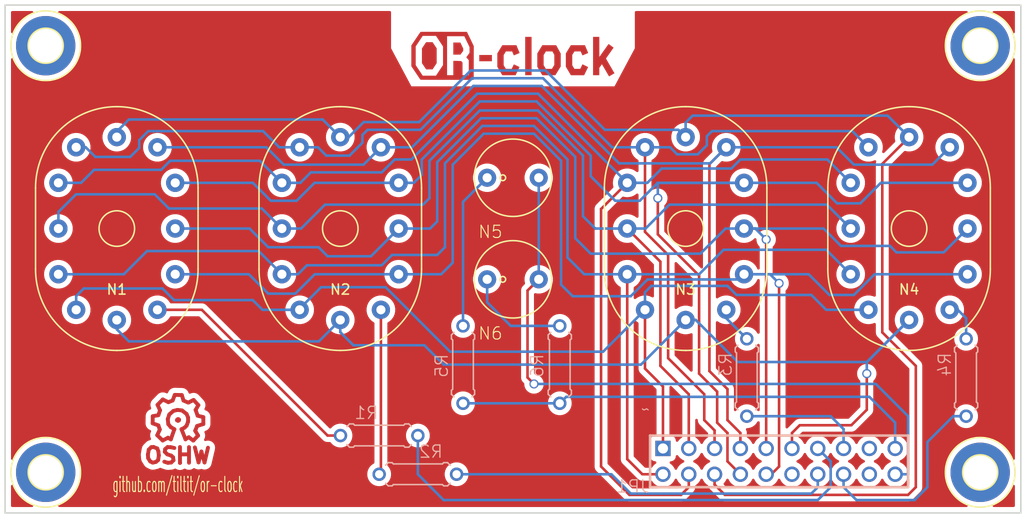
<source format=kicad_pcb>
(kicad_pcb (version 4) (host pcbnew 4.0.0-rc1-stable)
  (layers (0 Top signal) (31 Bottom signal) (34 B.Paste user) (35 F.Paste user) (36 B.SilkS user) (37 F.SilkS user) (38 B.Mask user) (39 F.Mask user) (44 Edge.Cuts user))
  (net 0 "")
  (net 1 "Net-(H1-PadB3,3)")
  (net 2 "Net-(H2-PadB3,3)")
  (net 3 "Net-(H3-PadB3,3)")
  (net 4 "Net-(H4-PadB3,3)")
  (net 5 /D1)
  (net 6 /D2)
  (net 7 /D3)
  (net 8 /D4)
  (net 9 /D5)
  (net 10 /D6)
  (net 11 /D7)
  (net 12 /D8)
  (net 13 /D9)
  (net 14 /D0)
  (net 15 /DP)
  (net 16 "Net-(JP1-Pad12)")
  (net 17 /A1)
  (net 18 /A2)
  (net 19 /A3)
  (net 20 /A4)
  (net 21 "Net-(JP1-Pad17)")
  (net 22 "Net-(JP1-Pad18)")
  (net 23 /SEP_ANODES)
  (net 24 /SEP_KATHODES)
  (net 25 /N$1)
  (net 26 /N$2)
  (net 27 /N$3)
  (net 28 /N$4)
  (net 29 /N$5)
  (net 30 /N$6)
  (module Nixies:or-clock_logo_cu (layer Top) (at 50 -45)
    (fp_text reference G*** hide)
    (fp_text value LOGO hide)
    (fp_poly (pts (xy -7.646205 -2.359872) (xy -7.450858 -2.359793) (xy -7.24004 -2.359666) (xy -7.013236 -2.359492) (xy -6.810039 -2.359312) (xy -4.533185 -2.357181) (xy -4.197119 -1.658913) (xy -3.861052 -0.960646) (xy -3.865816 0.700384) (xy -3.870579 2.361413) (xy -5.386423 2.35936) (xy -5.566774 2.359098) (xy -5.755355 2.358789) (xy -5.950265 2.358438) (xy -6.149605 2.35805) (xy -6.351476 2.357629) (xy -6.553977 2.35718) (xy -6.755209 2.356708) (xy -6.953272 2.356217) (xy -7.146268 2.355711) (xy -7.332295 2.355197) (xy -7.509455 2.354677) (xy -7.675849 2.354157) (xy -7.829575 2.353641) (xy -7.968735 2.353134) (xy -8.000149 2.353012) (xy -8.160668 2.352367) (xy -8.305097 2.351742) (xy -8.434274 2.351125) (xy -8.549035 2.350504) (xy -8.650219 2.349865) (xy -8.738663 2.349195) (xy -8.815204 2.348483) (xy -8.880681 2.347715) (xy -8.93593 2.346877) (xy -8.981789 2.345959) (xy -9.019096 2.344945) (xy -9.048689 2.343825) (xy -9.071403 2.342584) (xy -9.088079 2.341211) (xy -9.099552 2.339692) (xy -9.10666 2.338014) (xy -9.110241 2.336165) (xy -9.110389 2.336022) (xy -9.116813 2.327278) (xy -9.131977 2.305473) (xy -9.1552 2.271612) (xy -9.185801 2.2267) (xy -9.223103 2.17174) (xy -9.266424 2.107737) (xy -9.315084 2.035697) (xy -9.368405 1.956622) (xy -9.425706 1.871519) (xy -9.486308 1.781391) (xy -9.54953 1.687243) (xy -9.559274 1.672722) (xy -9.995801 1.022118) (xy -9.995801 -0.928915) (xy -9.581073 -0.928915) (xy -9.580924 -0.009526) (xy -9.580776 0.909864) (xy -9.23335 1.432506) (xy -8.885925 1.955149) (xy -7.577043 1.955149) (xy -7.543343 1.904366) (xy -6.49177 1.904366) (xy -5.865445 1.904366) (xy -5.865445 0.499367) (xy -5.727168 0.499367) (xy -5.680185 0.499581) (xy -5.620341 0.500181) (xy -5.551698 0.501109) (xy -5.478316 0.502304) (xy -5.404257 0.503707) (xy -5.345844 0.504972) (xy -5.102796 0.510577) (xy -5.035537 0.588762) (xy -4.968277 0.666947) (xy -4.968277 1.904366) (xy -4.341953 1.904366) (xy -4.342065 1.165895) (xy -4.342177 0.427425) (xy -4.465216 0.285443) (xy -4.588255 0.143462) (xy -4.568951 0.116166) (xy -4.558926 0.102182) (xy -4.540454 0.076605) (xy -4.515053 0.041527) (xy -4.484239 -0.000959) (xy -4.449529 -0.04876) (xy -4.412438 -0.099785) (xy -4.411945 -0.100464) (xy -4.274242 -0.289799) (xy -4.274242 -0.873763) (xy -4.530273 -1.405979) (xy -4.786305 -1.938195) (xy -5.639037 -1.938208) (xy -6.49177 -1.93822) (xy -6.49177 1.904366) (xy -7.543343 1.904366) (xy -7.229075 1.430798) (xy -6.881106 0.906447) (xy -6.881289 -0.010172) (xy -6.881471 -0.926791) (xy -7.228167 -1.449433) (xy -7.574863 -1.972076) (xy -8.887618 -1.972076) (xy -9.234345 -1.450495) (xy -9.581073 -0.928915) (xy -9.995801 -0.928915) (xy -9.995801 -1.029159) (xy -9.555555 -1.684706) (xy -9.49169 -1.779692) (xy -9.430306 -1.870773) (xy -9.372084 -1.95695) (xy -9.317702 -2.037228) (xy -9.267841 -2.11061) (xy -9.223181 -2.176099) (xy -9.184402 -2.232699) (xy -9.152184 -2.279413) (xy -9.127206 -2.315244) (xy -9.110149 -2.339196) (xy -9.101692 -2.350271) (xy -9.1011 -2.350848) (xy -9.096595 -2.351965) (xy -9.085844 -2.352999) (xy -9.068335 -2.353953) (xy -9.043556 -2.354828) (xy -9.010994 -2.355626) (xy -8.970137 -2.356349) (xy -8.920471 -2.356999) (xy -8.861485 -2.357578) (xy -8.792665 -2.358088) (xy -8.713499 -2.358531) (xy -8.623474 -2.358908) (xy -8.522079 -2.359221) (xy -8.408799 -2.359473) (xy -8.283124 -2.359664) (xy -8.144539 -2.359798) (xy -7.992532 -2.359876) (xy -7.826592 -2.3599) (xy -7.646205 -2.359872)) (layer Top) (width 0.01))
    (fp_poly (pts (xy 8.501933 0.118594) (xy 8.954657 -0.520476) (xy 9.020391 -0.613173) (xy 9.083394 -0.701835) (xy 9.142973 -0.785498) (xy 9.198437 -0.8632) (xy 9.249095 -0.933979) (xy 9.294255 -0.996872) (xy 9.333225 -1.050916) (xy 9.365315 -1.095147) (xy 9.389833 -1.128605) (xy 9.406086 -1.150325) (xy 9.413384 -1.159345) (xy 9.413686 -1.159546) (xy 9.422202 -1.154802) (xy 9.442484 -1.141487) (xy 9.4726 -1.120974) (xy 9.510618 -1.094639) (xy 9.554606 -1.063857) (xy 9.602633 -1.030003) (xy 9.652768 -0.99445) (xy 9.703077 -0.958574) (xy 9.75163 -0.92375) (xy 9.796495 -0.891353) (xy 9.835739 -0.862757) (xy 9.867433 -0.839336) (xy 9.889643 -0.822467) (xy 9.900438 -0.813522) (xy 9.901151 -0.812628) (xy 9.896807 -0.804646) (xy 9.883397 -0.783959) (xy 9.861674 -0.751653) (xy 9.832389 -0.708814) (xy 9.796294 -0.656527) (xy 9.754142 -0.595878) (xy 9.706685 -0.527951) (xy 9.654674 -0.453832) (xy 9.598863 -0.374606) (xy 9.540003 -0.29136) (xy 9.536254 -0.286068) (xy 9.476907 -0.202271) (xy 9.420259 -0.122225) (xy 9.367096 -0.047041) (xy 9.318201 0.022166) (xy 9.27436 0.084284) (xy 9.236359 0.138199) (xy 9.204982 0.182799) (xy 9.181014 0.21697) (xy 9.165241 0.2396) (xy 9.158447 0.249575) (xy 9.15838 0.249684) (xy 9.157371 0.253692) (xy 9.158276 0.260328) (xy 9.161566 0.270438) (xy 9.16771 0.284869) (xy 9.177179 0.304468) (xy 9.190442 0.330082) (xy 9.207969 0.362558) (xy 9.23023 0.402743) (xy 9.257695 0.451484) (xy 9.290834 0.509628) (xy 9.330116 0.578022) (xy 9.376011 0.657512) (xy 9.42899 0.748947) (xy 9.489522 0.853172) (xy 9.558076 0.971034) (xy 9.568438 0.988839) (xy 9.627449 1.0903) (xy 9.68394 1.187569) (xy 9.737341 1.279655) (xy 9.787082 1.365571) (xy 9.832593 1.444326) (xy 9.873305 1.514932) (xy 9.908647 1.5764) (xy 9.93805 1.62774) (xy 9.960943 1.667963) (xy 9.976757 1.696082) (xy 9.984921 1.711105) (xy 9.985947 1.713426) (xy 9.976973 1.719085) (xy 9.955554 1.731835) (xy 9.923714 1.750511) (xy 9.88348 1.773947) (xy 9.836874 1.800977) (xy 9.785923 1.830435) (xy 9.732651 1.861156) (xy 9.679082 1.891974) (xy 9.627242 1.921724) (xy 9.579155 1.949239) (xy 9.536847 1.973353) (xy 9.502341 1.992902) (xy 9.477663 2.006719) (xy 9.464838 2.013638) (xy 9.463497 2.014217) (xy 9.458546 2.007047) (xy 9.445761 1.986323) (xy 9.425786 1.953143) (xy 9.399268 1.908604) (xy 9.366855 1.8538) (xy 9.329192 1.78983) (xy 9.286925 1.717789) (xy 9.240701 1.638774) (xy 9.191166 1.553881) (xy 9.138967 1.464208) (xy 9.117745 1.42769) (xy 9.064477 1.336041) (xy 9.013504 1.248441) (xy 8.965487 1.166019) (xy 8.921087 1.089907) (xy 8.880967 1.021236) (xy 8.845786 0.961135) (xy 8.816208 0.910737) (xy 8.792892 0.871172) (xy 8.776502 0.84357) (xy 8.767698 0.829062) (xy 8.766495 0.827239) (xy 8.762249 0.824402) (xy 8.755991 0.826381) (xy 8.746592 0.834543) (xy 8.732922 0.850252) (xy 8.713853 0.874876) (xy 8.688256 0.909781) (xy 8.655001 0.956332) (xy 8.626774 0.996276) (xy 8.497701 1.179416) (xy 8.497701 1.895902) (xy 7.888304 1.895902) (xy 7.888304 -1.862046) (xy 8.497631 -1.862046) (xy 8.501933 0.118594)) (layer Top) (width 0.01))
    (fp_poly (pts (xy 0.490903 -0.672109) (xy 0.522186 -0.596754) (xy 0.551473 -0.526179) (xy 0.578128 -0.461923) (xy 0.601513 -0.405524) (xy 0.62099 -0.358519) (xy 0.635922 -0.322446) (xy 0.645672 -0.298843) (xy 0.649602 -0.289248) (xy 0.649637 -0.289155) (xy 0.642768 -0.284456) (xy 0.622302 -0.274408) (xy 0.590368 -0.259891) (xy 0.549093 -0.241783) (xy 0.500604 -0.220966) (xy 0.44703 -0.198317) (xy 0.390499 -0.174718) (xy 0.333138 -0.151047) (xy 0.277076 -0.128185) (xy 0.224439 -0.10701) (xy 0.177356 -0.088403) (xy 0.137954 -0.073242) (xy 0.108362 -0.062408) (xy 0.090707 -0.05678) (xy 0.086593 -0.056403) (xy 0.082667 -0.065898) (xy 0.07313 -0.088753) (xy 0.058922 -0.122718) (xy 0.040986 -0.165546) (xy 0.020262 -0.214987) (xy 0.005709 -0.249683) (xy -0.072413 -0.435888) (xy -0.385885 -0.438105) (xy -0.699358 -0.440322) (xy -0.810959 -0.25753) (xy -0.922559 -0.074737) (xy -0.922559 0.912153) (xy -0.700613 1.286505) (xy -0.411669 1.286346) (xy -0.122726 1.286188) (xy -0.017563 1.068402) (xy 0.009697 1.01212) (xy 0.034724 0.960768) (xy 0.056535 0.916339) (xy 0.074149 0.880824) (xy 0.086581 0.856214) (xy 0.09285 0.844499) (xy 0.093258 0.843902) (xy 0.101404 0.846391) (xy 0.122671 0.855302) (xy 0.154963 0.869642) (xy 0.196183 0.888416) (xy 0.244236 0.910632) (xy 0.297024 0.935297) (xy 0.352453 0.961418) (xy 0.408425 0.988) (xy 0.462844 1.014051) (xy 0.513614 1.038579) (xy 0.558639 1.060588) (xy 0.595823 1.079087) (xy 0.623068 1.093082) (xy 0.63828 1.101579) (xy 0.640503 1.103194) (xy 0.637406 1.11107) (xy 0.627548 1.13273) (xy 0.611607 1.166754) (xy 0.590261 1.211723) (xy 0.564188 1.266214) (xy 0.534067 1.328808) (xy 0.500576 1.398085) (xy 0.464394 1.472623) (xy 0.449627 1.50296) (xy 0.25616 1.900134) (xy -0.394563 1.901973) (xy -1.045285 1.903812) (xy -1.288621 1.491587) (xy -1.531956 1.079362) (xy -1.531617 0.414839) (xy -1.531277 -0.249683) (xy -1.044279 -1.045285) (xy -0.354979 -1.047253) (xy 0.334322 -1.049222) (xy 0.490903 -0.672109)) (layer Top) (width 0.01))
    (fp_poly (pts (xy 3.573898 -1.047451) (xy 4.251197 -1.045285) (xy 4.474316 -0.639048) (xy 4.697434 -0.232811) (xy 4.697094 1.045285) (xy 4.436709 1.472709) (xy 4.176324 1.900134) (xy 3.535878 1.902303) (xy 2.895431 1.904472) (xy 2.758354 1.673779) (xy 2.717673 1.605314) (xy 2.673461 1.530904) (xy 2.628184 1.454701) (xy 2.584309 1.380856) (xy 2.544303 1.31352) (xy 2.512505 1.259999) (xy 2.403732 1.076912) (xy 2.403732 0.908549) (xy 3.013129 0.908549) (xy 3.125275 1.097506) (xy 3.237421 1.286462) (xy 3.537887 1.286161) (xy 3.838354 1.28586) (xy 3.958964 1.08516) (xy 4.079573 0.88446) (xy 4.079573 -0.09037) (xy 3.889137 -0.439698) (xy 3.237421 -0.439616) (xy 3.013261 -0.071942) (xy 3.013195 0.418303) (xy 3.013129 0.908549) (xy 2.403732 0.908549) (xy 2.403732 -0.244216) (xy 2.650165 -0.646916) (xy 2.896598 -1.049617) (xy 3.573898 -1.047451)) (layer Top) (width 0.01))
    (fp_poly (pts (xy 6.396543 -1.04745) (xy 7.085286 -1.045285) (xy 7.237244 -0.681339) (xy 7.268278 -0.606873) (xy 7.297382 -0.536775) (xy 7.323887 -0.472675) (xy 7.347122 -0.416206) (xy 7.366419 -0.369) (xy 7.381106 -0.332688) (xy 7.390515 -0.308902) (xy 7.393908 -0.299589) (xy 7.394117 -0.294373) (xy 7.390963 -0.288791) (xy 7.382955 -0.282111) (xy 7.368606 -0.273602) (xy 7.346425 -0.262531) (xy 7.314925 -0.248167) (xy 7.272614 -0.229777) (xy 7.218005 -0.206629) (xy 7.149608 -0.177992) (xy 7.12928 -0.169514) (xy 7.06561 -0.143073) (xy 7.006667 -0.118785) (xy 6.954329 -0.097409) (xy 6.910473 -0.079705) (xy 6.876979 -0.066432) (xy 6.855723 -0.058348) (xy 6.848807 -0.05613) (xy 6.841164 -0.063261) (xy 6.828698 -0.084343) (xy 6.812427 -0.11744) (xy 6.79337 -0.160615) (xy 6.791505 -0.165045) (xy 6.770747 -0.214522) (xy 6.748523 -0.267498) (xy 6.72752 -0.317564) (xy 6.710685 -0.357699) (xy 6.676028 -0.440324) (xy 6.361916 -0.438106) (xy 6.047803 -0.435888) (xy 5.831589 -0.082654) (xy 5.831589 0.920242) (xy 5.939503 1.103091) (xy 6.047417 1.285939) (xy 6.337328 1.286222) (xy 6.627238 1.286505) (xy 6.736583 1.06223) (xy 6.845928 0.837956) (xy 6.882561 0.85404) (xy 6.899233 0.861764) (xy 6.928873 0.875921) (xy 6.969277 0.895441) (xy 7.018238 0.919252) (xy 7.073551 0.946285) (xy 7.133012 0.975468) (xy 7.157107 0.987328) (xy 7.395021 1.104532) (xy 7.005117 1.904366) (xy 5.706619 1.904366) (xy 5.213729 1.073914) (xy 5.213798 0.416348) (xy 5.213867 -0.241219) (xy 5.707799 -1.049615) (xy 6.396543 -1.04745)) (layer Top) (width 0.01))
    (fp_poly (pts (xy 1.828191 1.895902) (xy 1.21033 1.895902) (xy 1.21033 -1.862046) (xy 1.828191 -1.862046) (xy 1.828191 1.895902)) (layer Top) (width 0.01))
    (fp_poly (pts (xy -2.073642 0.524759) (xy -3.309364 0.524759) (xy -3.309364 -0.084638) (xy -2.073642 -0.084638) (xy -2.073642 0.524759)) (layer Top) (width 0.01))
    (fp_poly (pts (xy -7.716171 -1.045304) (xy -7.515895 -0.744857) (xy -7.515895 0.722233) (xy -7.716544 1.025529) (xy -7.917193 1.328824) (xy -8.546026 1.328824) (xy -8.750387 1.021568) (xy -8.954749 0.714312) (xy -8.954415 -0.732122) (xy -8.751048 -1.038937) (xy -8.547681 -1.345751) (xy -7.916448 -1.345751) (xy -7.716171 -1.045304)) (layer Top) (width 0.01))
    (fp_poly (pts (xy -5.042192 -1.017505) (xy -4.900567 -0.723115) (xy -4.901144 -0.609125) (xy -4.901722 -0.495135) (xy -5.035102 -0.313162) (xy -5.168483 -0.131189) (xy -5.516964 -0.128979) (xy -5.865445 -0.12677) (xy -5.865445 -1.311896) (xy -5.183817 -1.311896) (xy -5.042192 -1.017505)) (layer Top) (width 0.01))
  )
  (module INS-1 (layer Top) (at 50 -23)
    (fp_text reference N6 (at -3.4925 6.0325) (layer F.SilkS) (effects (font (size 1.2065 1.2065) (thickness 0.1016)) (justify left bottom)))
    (fp_text value INS-1 hide)
    (pad A thru_hole circle (at -2.54 0) (size 1.778 1.778) (drill 0.9) (layers *.Cu *.Mask) (net 30 /N$6))
    (pad K thru_hole circle (at 2.54 0) (size 1.778 1.778) (drill 0.9) (layers *.Cu *.Mask) (net 24 /SEP_KATHODES))
  )
  (module INS-1 (layer Top) (at 50 -33)
    (fp_text reference N5 (at -3.4925 6.0325) (layer F.SilkS) (effects (font (size 1.2065 1.2065) (thickness 0.1016)) (justify left bottom)))
    (fp_text value INS-1 hide)
    (pad A thru_hole circle (at -2.54 0) (size 1.778 1.778) (drill 0.9) (layers *.Cu *.Mask) (net 29 /N$5))
    (pad K thru_hole circle (at 2.54 0) (size 1.778 1.778) (drill 0.9) (layers *.Cu *.Mask) (net 24 /SEP_KATHODES))
  )
  (module Nixies:in-12 (layer Top) (at 67 -28)
    (fp_text reference N3 (at 0 6) (layer F.SilkS))
    (fp_text value IN-12B hide)
    (pad 6 thru_hole circle (at 0 -9) (size 1.8 1.8) (drill 0.9) (layers *.Cu *.Mask) (net 10 /D6))
    (pad 7 thru_hole circle (at 4 -8) (size 1.8 1.8) (drill 0.9) (layers *.Cu *.Mask) (net 11 /D7))
    (pad 8 thru_hole circle (at 5.75 -4.5) (size 1.8 1.8) (drill 0.9) (layers *.Cu *.Mask) (net 12 /D8))
    (pad 9 thru_hole circle (at 5.75 0) (size 1.8 1.8) (drill 0.9) (layers *.Cu *.Mask) (net 13 /D9))
    (pad 0 thru_hole circle (at 5.75 4.5) (size 1.8 1.8) (drill 0.9) (layers *.Cu *.Mask) (net 14 /D0))
    (pad A thru_hole circle (at 4 8) (size 1.8 1.8) (drill 0.9) (layers *.Cu *.Mask) (net 27 /N$3))
    (pad LHDP thru_hole circle (at 0 9) (size 1.8 1.8) (drill 0.9) (layers *.Cu *.Mask) (net 15 /DP))
    (pad 1 thru_hole circle (at -4 8) (size 1.8 1.8) (drill 0.9) (layers *.Cu *.Mask) (net 5 /D1))
    (pad 2 thru_hole circle (at -5.75 4.5) (size 1.8 1.8) (drill 0.9) (layers *.Cu *.Mask) (net 6 /D2))
    (pad 3 thru_hole circle (at -5.75 0) (size 1.8 1.8) (drill 0.9) (layers *.Cu *.Mask) (net 7 /D3))
    (pad 4 thru_hole circle (at -5.75 -4.5) (size 1.8 1.8) (drill 0.9) (layers *.Cu *.Mask) (net 8 /D4))
    (pad 5 thru_hole circle (at -4 -8) (size 1.8 1.8) (drill 0.9) (layers *.Cu *.Mask) (net 9 /D5))
  )
  (module Nixies:in-12 (layer Top) (at 89 -28)
    (fp_text reference N4 (at 0 6) (layer F.SilkS))
    (fp_text value IN-12B hide)
    (pad 6 thru_hole circle (at 0 -9) (size 1.8 1.8) (drill 0.9) (layers *.Cu *.Mask) (net 10 /D6))
    (pad 7 thru_hole circle (at 4 -8) (size 1.8 1.8) (drill 0.9) (layers *.Cu *.Mask) (net 11 /D7))
    (pad 8 thru_hole circle (at 5.75 -4.5) (size 1.8 1.8) (drill 0.9) (layers *.Cu *.Mask) (net 12 /D8))
    (pad 9 thru_hole circle (at 5.75 0) (size 1.8 1.8) (drill 0.9) (layers *.Cu *.Mask) (net 13 /D9))
    (pad 0 thru_hole circle (at 5.75 4.5) (size 1.8 1.8) (drill 0.9) (layers *.Cu *.Mask) (net 14 /D0))
    (pad A thru_hole circle (at 4 8) (size 1.8 1.8) (drill 0.9) (layers *.Cu *.Mask) (net 28 /N$4))
    (pad LHDP thru_hole circle (at 0 9) (size 1.8 1.8) (drill 0.9) (layers *.Cu *.Mask) (net 15 /DP))
    (pad 1 thru_hole circle (at -4 8) (size 1.8 1.8) (drill 0.9) (layers *.Cu *.Mask) (net 5 /D1))
    (pad 2 thru_hole circle (at -5.75 4.5) (size 1.8 1.8) (drill 0.9) (layers *.Cu *.Mask) (net 6 /D2))
    (pad 3 thru_hole circle (at -5.75 0) (size 1.8 1.8) (drill 0.9) (layers *.Cu *.Mask) (net 7 /D3))
    (pad 4 thru_hole circle (at -5.75 -4.5) (size 1.8 1.8) (drill 0.9) (layers *.Cu *.Mask) (net 8 /D4))
    (pad 5 thru_hole circle (at -4 -8) (size 1.8 1.8) (drill 0.9) (layers *.Cu *.Mask) (net 9 /D5))
  )
  (module Nixies:in-12 (layer Top) (at 33 -28)
    (fp_text reference N2 (at 0 6) (layer F.SilkS))
    (fp_text value IN-12B hide)
    (pad 6 thru_hole circle (at 0 -9) (size 1.8 1.8) (drill 0.9) (layers *.Cu *.Mask) (net 10 /D6))
    (pad 7 thru_hole circle (at 4 -8) (size 1.8 1.8) (drill 0.9) (layers *.Cu *.Mask) (net 11 /D7))
    (pad 8 thru_hole circle (at 5.75 -4.5) (size 1.8 1.8) (drill 0.9) (layers *.Cu *.Mask) (net 12 /D8))
    (pad 9 thru_hole circle (at 5.75 0) (size 1.8 1.8) (drill 0.9) (layers *.Cu *.Mask) (net 13 /D9))
    (pad 0 thru_hole circle (at 5.75 4.5) (size 1.8 1.8) (drill 0.9) (layers *.Cu *.Mask) (net 14 /D0))
    (pad A thru_hole circle (at 4 8) (size 1.8 1.8) (drill 0.9) (layers *.Cu *.Mask) (net 26 /N$2))
    (pad LHDP thru_hole circle (at 0 9) (size 1.8 1.8) (drill 0.9) (layers *.Cu *.Mask) (net 15 /DP))
    (pad 1 thru_hole circle (at -4 8) (size 1.8 1.8) (drill 0.9) (layers *.Cu *.Mask) (net 5 /D1))
    (pad 2 thru_hole circle (at -5.75 4.5) (size 1.8 1.8) (drill 0.9) (layers *.Cu *.Mask) (net 6 /D2))
    (pad 3 thru_hole circle (at -5.75 0) (size 1.8 1.8) (drill 0.9) (layers *.Cu *.Mask) (net 7 /D3))
    (pad 4 thru_hole circle (at -5.75 -4.5) (size 1.8 1.8) (drill 0.9) (layers *.Cu *.Mask) (net 8 /D4))
    (pad 5 thru_hole circle (at -4 -8) (size 1.8 1.8) (drill 0.9) (layers *.Cu *.Mask) (net 9 /D5))
  )
  (module Nixies:in-12 (layer Top) (at 11 -28)
    (fp_text reference N1 (at 0 6) (layer F.SilkS))
    (fp_text value IN-12B hide)
    (pad 6 thru_hole circle (at 0 -9) (size 1.8 1.8) (drill 0.9) (layers *.Cu *.Mask) (net 10 /D6))
    (pad 7 thru_hole circle (at 4 -8) (size 1.8 1.8) (drill 0.9) (layers *.Cu *.Mask) (net 11 /D7))
    (pad 8 thru_hole circle (at 5.75 -4.5) (size 1.8 1.8) (drill 0.9) (layers *.Cu *.Mask) (net 12 /D8))
    (pad 9 thru_hole circle (at 5.75 0) (size 1.8 1.8) (drill 0.9) (layers *.Cu *.Mask) (net 13 /D9))
    (pad 0 thru_hole circle (at 5.75 4.5) (size 1.8 1.8) (drill 0.9) (layers *.Cu *.Mask) (net 14 /D0))
    (pad A thru_hole circle (at 4 8) (size 1.8 1.8) (drill 0.9) (layers *.Cu *.Mask) (net 25 /N$1))
    (pad LHDP thru_hole circle (at 0 9) (size 1.8 1.8) (drill 0.9) (layers *.Cu *.Mask) (net 15 /DP))
    (pad 1 thru_hole circle (at -4 8) (size 1.8 1.8) (drill 0.9) (layers *.Cu *.Mask) (net 5 /D1))
    (pad 2 thru_hole circle (at -5.75 4.5) (size 1.8 1.8) (drill 0.9) (layers *.Cu *.Mask) (net 6 /D2))
    (pad 3 thru_hole circle (at -5.75 0) (size 1.8 1.8) (drill 0.9) (layers *.Cu *.Mask) (net 7 /D3))
    (pad 4 thru_hole circle (at -5.75 -4.5) (size 1.8 1.8) (drill 0.9) (layers *.Cu *.Mask) (net 8 /D4))
    (pad 5 thru_hole circle (at -4 -8) (size 1.8 1.8) (drill 0.9) (layers *.Cu *.Mask) (net 9 /D5))
  )
  (module 2X10 (layer Bottom) (at 76.2 -5.08)
    (fp_text reference JP1 (at -12.7 3.175) (layer B.SilkS) (effects (font (size 1.2065 1.2065) (thickness 0.127)) (justify left bottom mirror)))
    (fp_text value ~ (at -12.7 -4.445) (layer B.SilkS) (effects (font (size 1.2065 1.2065) (thickness 0.1016)) (justify left bottom mirror)))
    (pad 1 thru_hole rect (at -11.43 -1.27) (size 1.508 1.508) (drill 1) (layers *.Cu *.Mask) (net 5 /D1))
    (pad 2 thru_hole circle (at -11.43 1.27) (size 1.508 1.508) (drill 1) (layers *.Cu *.Mask) (net 6 /D2))
    (pad 3 thru_hole circle (at -8.89 -1.27) (size 1.508 1.508) (drill 1) (layers *.Cu *.Mask) (net 7 /D3))
    (pad 4 thru_hole circle (at -8.89 1.27) (size 1.508 1.508) (drill 1) (layers *.Cu *.Mask) (net 8 /D4))
    (pad 5 thru_hole circle (at -6.35 -1.27) (size 1.508 1.508) (drill 1) (layers *.Cu *.Mask) (net 9 /D5))
    (pad 6 thru_hole circle (at -6.35 1.27) (size 1.508 1.508) (drill 1) (layers *.Cu *.Mask) (net 10 /D6))
    (pad 7 thru_hole circle (at -3.81 -1.27) (size 1.508 1.508) (drill 1) (layers *.Cu *.Mask) (net 11 /D7))
    (pad 8 thru_hole circle (at -3.81 1.27) (size 1.508 1.508) (drill 1) (layers *.Cu *.Mask) (net 12 /D8))
    (pad 9 thru_hole circle (at -1.27 -1.27) (size 1.508 1.508) (drill 1) (layers *.Cu *.Mask) (net 13 /D9))
    (pad 10 thru_hole circle (at -1.27 1.27) (size 1.508 1.508) (drill 1) (layers *.Cu *.Mask) (net 14 /D0))
    (pad 11 thru_hole circle (at 1.27 -1.27) (size 1.508 1.508) (drill 1) (layers *.Cu *.Mask) (net 15 /DP))
    (pad 12 thru_hole circle (at 1.27 1.27) (size 1.508 1.508) (drill 1) (layers *.Cu *.Mask) (net 16 "Net-(JP1-Pad12)"))
    (pad 13 thru_hole circle (at 3.81 -1.27) (size 1.508 1.508) (drill 1) (layers *.Cu *.Mask) (net 17 /A1))
    (pad 14 thru_hole circle (at 3.81 1.27) (size 1.508 1.508) (drill 1) (layers *.Cu *.Mask) (net 18 /A2))
    (pad 15 thru_hole circle (at 6.35 -1.27) (size 1.508 1.508) (drill 1) (layers *.Cu *.Mask) (net 19 /A3))
    (pad 16 thru_hole circle (at 6.35 1.27) (size 1.508 1.508) (drill 1) (layers *.Cu *.Mask) (net 20 /A4))
    (pad 17 thru_hole circle (at 8.89 -1.27) (size 1.508 1.508) (drill 1) (layers *.Cu *.Mask) (net 21 "Net-(JP1-Pad17)"))
    (pad 18 thru_hole circle (at 8.89 1.27) (size 1.508 1.508) (drill 1) (layers *.Cu *.Mask) (net 22 "Net-(JP1-Pad18)"))
    (pad 19 thru_hole circle (at 11.43 -1.27) (size 1.508 1.508) (drill 1) (layers *.Cu *.Mask) (net 23 /SEP_ANODES))
    (pad 20 thru_hole circle (at 11.43 1.27) (size 1.508 1.508) (drill 1) (layers *.Cu *.Mask) (net 24 /SEP_KATHODES))
  )
  (module 0207%2f7 (layer Bottom) (at 36.83 -7.62)
    (fp_text reference R1 (at 0 -1.524) (layer B.SilkS) (effects (font (size 1.2065 1.2065) (thickness 0.127)) (justify left bottom mirror)))
    (fp_text value 33K hide)
    (pad 1 thru_hole circle (at -3.81 0) (size 1.3208 1.3208) (drill 0.8128) (layers *.Cu *.Mask) (net 25 /N$1))
    (pad 2 thru_hole circle (at 3.81 0) (size 1.3208 1.3208) (drill 0.8128) (layers *.Cu *.Mask) (net 17 /A1))
  )
  (module 0207%2f7 (layer Bottom) (at 40.64 -3.81)
    (fp_text reference R2 (at 2.54 -1.524) (layer B.SilkS) (effects (font (size 1.2065 1.2065) (thickness 0.127)) (justify left bottom mirror)))
    (fp_text value 33K hide)
    (pad 1 thru_hole circle (at -3.81 0) (size 1.3208 1.3208) (drill 0.8128) (layers *.Cu *.Mask) (net 26 /N$2))
    (pad 2 thru_hole circle (at 3.81 0) (size 1.3208 1.3208) (drill 0.8128) (layers *.Cu *.Mask) (net 18 /A2))
  )
  (module 0207%2f7 (layer Bottom) (at 73.025 -13.335 270)
    (fp_text reference R3 (at -2.54 1.397 270) (layer B.SilkS) (effects (font (size 1.2065 1.2065) (thickness 0.127)) (justify left bottom mirror)))
    (fp_text value 33K hide)
    (pad 1 thru_hole circle (at -3.81 0 270) (size 1.3208 1.3208) (drill 0.8128) (layers *.Cu *.Mask) (net 27 /N$3))
    (pad 2 thru_hole circle (at 3.81 0 270) (size 1.3208 1.3208) (drill 0.8128) (layers *.Cu *.Mask) (net 19 /A3))
  )
  (module 0207%2f7 (layer Bottom) (at 94.615 -13.335 270)
    (fp_text reference R4 (at -2.54 1.397 270) (layer B.SilkS) (effects (font (size 1.2065 1.2065) (thickness 0.127)) (justify left bottom mirror)))
    (fp_text value 33K hide)
    (pad 1 thru_hole circle (at -3.81 0 270) (size 1.3208 1.3208) (drill 0.8128) (layers *.Cu *.Mask) (net 28 /N$4))
    (pad 2 thru_hole circle (at 3.81 0 270) (size 1.3208 1.3208) (drill 0.8128) (layers *.Cu *.Mask) (net 20 /A4))
  )
  (module 0207%2f7 (layer Bottom) (at 45.085 -14.605 90)
    (fp_text reference R5 (at 1.143 -1.397 90) (layer B.SilkS) (effects (font (size 1.2065 1.2065) (thickness 0.127)) (justify left bottom mirror)))
    (fp_text value 1M hide)
    (pad 1 thru_hole circle (at -3.81 0 90) (size 1.3208 1.3208) (drill 0.8128) (layers *.Cu *.Mask) (net 23 /SEP_ANODES))
    (pad 2 thru_hole circle (at 3.81 0 90) (size 1.3208 1.3208) (drill 0.8128) (layers *.Cu *.Mask) (net 29 /N$5))
  )
  (module 0207%2f7 (layer Bottom) (at 54.61 -14.605 90)
    (fp_text reference R6 (at 1.143 -1.524 90) (layer B.SilkS) (effects (font (size 1.2065 1.2065) (thickness 0.127)) (justify left bottom mirror)))
    (fp_text value 1M hide)
    (pad 1 thru_hole circle (at -3.81 0 90) (size 1.3208 1.3208) (drill 0.8128) (layers *.Cu *.Mask) (net 23 /SEP_ANODES))
    (pad 2 thru_hole circle (at 3.81 0 90) (size 1.3208 1.3208) (drill 0.8128) (layers *.Cu *.Mask) (net 30 /N$6))
  )
  (module 3,3-PAD (layer Top) (at 96 -46)
    (fp_text reference H1 hide)
    (fp_text value MOUNT-PAD-ROUND3.3 hide)
    (pad B3,3 thru_hole circle (at 0 0) (size 5.842 5.842) (drill 3.3) (layers *.Cu *.Mask) (net 1 "Net-(H1-PadB3,3)"))
  )
  (module 3,3-PAD (layer Top) (at 96 -4)
    (fp_text reference H2 hide)
    (fp_text value MOUNT-PAD-ROUND3.3 hide)
    (pad B3,3 thru_hole circle (at 0 0) (size 5.842 5.842) (drill 3.3) (layers *.Cu *.Mask) (net 2 "Net-(H2-PadB3,3)"))
  )
  (module 3,3-PAD (layer Top) (at 4 -4)
    (fp_text reference H3 hide)
    (fp_text value MOUNT-PAD-ROUND3.3 hide)
    (pad B3,3 thru_hole circle (at 0 0) (size 5.842 5.842) (drill 3.3) (layers *.Cu *.Mask) (net 3 "Net-(H3-PadB3,3)"))
  )
  (module 3,3-PAD (layer Top) (at 4 -46)
    (fp_text reference H4 hide)
    (fp_text value MOUNT-PAD-ROUND3.3 hide)
    (pad B3,3 thru_hole circle (at 0 0) (size 5.842 5.842) (drill 3.3) (layers *.Cu *.Mask) (net 4 "Net-(H4-PadB3,3)"))
  )
  (module Symbols:Symbol_OSHW-Logo_CopperTop (layer Top) (at 17.018 -9.144)
    (fp_text reference REF** hide)
    (fp_text value Symbol_OSHW-Logo_CopperTop hide)
    (fp_line (start 1.66878 2.68986) (end 2.02946 4.16052) (layer Top) (width 0.381))
    (fp_line (start 2.02946 4.16052) (end 2.30886 3.0988) (layer Top) (width 0.381))
    (fp_line (start 2.30886 3.0988) (end 2.61874 4.17068) (layer Top) (width 0.381))
    (fp_line (start 2.61874 4.17068) (end 2.9591 2.72034) (layer Top) (width 0.381))
    (fp_line (start 0.24892 3.38074) (end 1.03886 3.37058) (layer Top) (width 0.381))
    (fp_line (start 1.03886 3.37058) (end 1.04902 3.38074) (layer Top) (width 0.381))
    (fp_line (start 1.04902 3.38074) (end 1.04902 3.37058) (layer Top) (width 0.381))
    (fp_line (start 1.08966 2.65938) (end 1.08966 4.20116) (layer Top) (width 0.381))
    (fp_line (start 0.20066 2.64922) (end 0.20066 4.21894) (layer Top) (width 0.381))
    (fp_line (start 0.20066 4.21894) (end 0.21082 4.20878) (layer Top) (width 0.381))
    (fp_line (start -0.35052 2.75082) (end -0.70104 2.66954) (layer Top) (width 0.381))
    (fp_line (start -0.70104 2.66954) (end -1.02108 2.65938) (layer Top) (width 0.381))
    (fp_line (start -1.02108 2.65938) (end -1.25984 2.86004) (layer Top) (width 0.381))
    (fp_line (start -1.25984 2.86004) (end -1.29032 3.12928) (layer Top) (width 0.381))
    (fp_line (start -1.29032 3.12928) (end -1.04902 3.37058) (layer Top) (width 0.381))
    (fp_line (start -1.04902 3.37058) (end -0.6604 3.50012) (layer Top) (width 0.381))
    (fp_line (start -0.6604 3.50012) (end -0.48006 3.66014) (layer Top) (width 0.381))
    (fp_line (start -0.48006 3.66014) (end -0.43942 3.95986) (layer Top) (width 0.381))
    (fp_line (start -0.43942 3.95986) (end -0.67056 4.18084) (layer Top) (width 0.381))
    (fp_line (start -0.67056 4.18084) (end -0.9906 4.20878) (layer Top) (width 0.381))
    (fp_line (start -0.9906 4.20878) (end -1.34112 4.09956) (layer Top) (width 0.381))
    (fp_line (start -2.37998 2.64922) (end -2.6289 2.66954) (layer Top) (width 0.381))
    (fp_line (start -2.6289 2.66954) (end -2.8702 2.91084) (layer Top) (width 0.381))
    (fp_line (start -2.8702 2.91084) (end -2.9591 3.40106) (layer Top) (width 0.381))
    (fp_line (start -2.9591 3.40106) (end -2.93116 3.74904) (layer Top) (width 0.381))
    (fp_line (start -2.93116 3.74904) (end -2.7305 4.06908) (layer Top) (width 0.381))
    (fp_line (start -2.7305 4.06908) (end -2.47904 4.191) (layer Top) (width 0.381))
    (fp_line (start -2.47904 4.191) (end -2.16916 4.11988) (layer Top) (width 0.381))
    (fp_line (start -2.16916 4.11988) (end -1.95072 3.93954) (layer Top) (width 0.381))
    (fp_line (start -1.95072 3.93954) (end -1.8796 3.4798) (layer Top) (width 0.381))
    (fp_line (start -1.8796 3.4798) (end -1.9304 3.07086) (layer Top) (width 0.381))
    (fp_line (start -1.9304 3.07086) (end -2.03962 2.78892) (layer Top) (width 0.381))
    (fp_line (start -2.03962 2.78892) (end -2.4003 2.65938) (layer Top) (width 0.381))
    (fp_line (start -1.78054 0.92964) (end -2.03962 1.49098) (layer Top) (width 0.381))
    (fp_line (start -2.03962 1.49098) (end -1.50114 2.00914) (layer Top) (width 0.381))
    (fp_line (start -1.50114 2.00914) (end -0.98044 1.7399) (layer Top) (width 0.381))
    (fp_line (start -0.98044 1.7399) (end -0.70104 1.89992) (layer Top) (width 0.381))
    (fp_line (start 0.73914 1.8796) (end 1.06934 1.6891) (layer Top) (width 0.381))
    (fp_line (start 1.06934 1.6891) (end 1.50876 2.0193) (layer Top) (width 0.381))
    (fp_line (start 1.50876 2.0193) (end 1.9812 1.52908) (layer Top) (width 0.381))
    (fp_line (start 1.9812 1.52908) (end 1.69926 1.04902) (layer Top) (width 0.381))
    (fp_line (start 1.69926 1.04902) (end 1.88976 0.57912) (layer Top) (width 0.381))
    (fp_line (start 1.88976 0.57912) (end 2.49936 0.39116) (layer Top) (width 0.381))
    (fp_line (start 2.49936 0.39116) (end 2.49936 -0.28956) (layer Top) (width 0.381))
    (fp_line (start 2.49936 -0.28956) (end 1.94056 -0.42926) (layer Top) (width 0.381))
    (fp_line (start 1.94056 -0.42926) (end 1.7399 -1.00076) (layer Top) (width 0.381))
    (fp_line (start 1.7399 -1.00076) (end 2.00914 -1.47066) (layer Top) (width 0.381))
    (fp_line (start 2.00914 -1.47066) (end 1.53924 -1.9812) (layer Top) (width 0.381))
    (fp_line (start 1.53924 -1.9812) (end 1.02108 -1.71958) (layer Top) (width 0.381))
    (fp_line (start 1.02108 -1.71958) (end 0.55118 -1.92024) (layer Top) (width 0.381))
    (fp_line (start 0.55118 -1.92024) (end 0.381 -2.46126) (layer Top) (width 0.381))
    (fp_line (start 0.381 -2.46126) (end -0.30988 -2.47904) (layer Top) (width 0.381))
    (fp_line (start -0.30988 -2.47904) (end -0.5207 -1.9304) (layer Top) (width 0.381))
    (fp_line (start -0.5207 -1.9304) (end -0.9398 -1.76022) (layer Top) (width 0.381))
    (fp_line (start -0.9398 -1.76022) (end -1.49098 -2.02946) (layer Top) (width 0.381))
    (fp_line (start -1.49098 -2.02946) (end -2.00914 -1.50114) (layer Top) (width 0.381))
    (fp_line (start -2.00914 -1.50114) (end -1.76022 -0.96012) (layer Top) (width 0.381))
    (fp_line (start -1.76022 -0.96012) (end -1.9304 -0.48006) (layer Top) (width 0.381))
    (fp_line (start -1.9304 -0.48006) (end -2.47904 -0.381) (layer Top) (width 0.381))
    (fp_line (start -2.47904 -0.381) (end -2.4892 0.32004) (layer Top) (width 0.381))
    (fp_line (start -2.4892 0.32004) (end -1.9304 0.5207) (layer Top) (width 0.381))
    (fp_line (start -1.9304 0.5207) (end -1.7907 0.91948) (layer Top) (width 0.381))
    (fp_line (start 0.35052 0.89916) (end 0.65024 0.7493) (layer Top) (width 0.381))
    (fp_line (start 0.65024 0.7493) (end 0.8509 0.55118) (layer Top) (width 0.381))
    (fp_line (start 0.8509 0.55118) (end 1.00076 0.14986) (layer Top) (width 0.381))
    (fp_line (start 1.00076 0.14986) (end 1.00076 -0.24892) (layer Top) (width 0.381))
    (fp_line (start 1.00076 -0.24892) (end 0.8509 -0.59944) (layer Top) (width 0.381))
    (fp_line (start 0.8509 -0.59944) (end 0.39878 -0.94996) (layer Top) (width 0.381))
    (fp_line (start 0.39878 -0.94996) (end -0.0508 -1.00076) (layer Top) (width 0.381))
    (fp_line (start -0.0508 -1.00076) (end -0.44958 -0.89916) (layer Top) (width 0.381))
    (fp_line (start -0.44958 -0.89916) (end -0.8509 -0.55118) (layer Top) (width 0.381))
    (fp_line (start -0.8509 -0.55118) (end -1.00076 -0.09906) (layer Top) (width 0.381))
    (fp_line (start -1.00076 -0.09906) (end -0.94996 0.39878) (layer Top) (width 0.381))
    (fp_line (start -0.94996 0.39878) (end -0.70104 0.70104) (layer Top) (width 0.381))
    (fp_line (start -0.70104 0.70104) (end -0.35052 0.89916) (layer Top) (width 0.381))
    (fp_line (start -0.35052 0.89916) (end -0.70104 1.89992) (layer Top) (width 0.381))
    (fp_line (start 0.35052 0.89916) (end 0.7493 1.89992) (layer Top) (width 0.381))
  )
  (module Nixies:or-clock_logo_5 (layer Top) (at 50 -45)
    (fp_text reference G*** hide)
    (fp_text value LOGO hide)
  )
  (gr_text github.com/tiltit/or-clock (at 17.018 -2.794) (layer F.SilkS) (effects (font (size 1.5 0.635) (thickness 0.1016))))
  (gr_line (start 100 0) (end 0 0) (angle 90) (layer Edge.Cuts) (width 0.15))
  (gr_line (start 100 -50) (end 100 0) (angle 90) (layer Edge.Cuts) (width 0.15))
  (gr_line (start 0 -50) (end 100 -50) (angle 90) (layer Edge.Cuts) (width 0.15))
  (gr_line (start 0 0) (end 0 -50) (angle 90) (layer Edge.Cuts) (width 0.15))
  (segment (start 64.77 -6.35) (end 64.77 -12.446) (width 0.254) (layer Top) (net 5))
  (segment (start 63 -14.216) (end 63 -20) (width 0.254) (layer Top) (net 5))
  (segment (start 64.77 -12.446) (end 63 -14.216) (width 0.254) (layer Top) (net 5))
  (segment (start 29 -20) (end 29 -20.11) (width 0.254) (layer Bottom) (net 5))
  (segment (start 29 -20.11) (end 31.115 -22.225) (width 0.254) (layer Bottom) (net 5))
  (segment (start 58.875 -15.875) (end 63 -20) (width 0.254) (layer Bottom) (net 5))
  (segment (start 43.815 -15.875) (end 58.875 -15.875) (width 0.254) (layer Bottom) (net 5))
  (segment (start 37.465 -22.225) (end 43.815 -15.875) (width 0.254) (layer Bottom) (net 5))
  (segment (start 31.115 -22.225) (end 37.465 -22.225) (width 0.254) (layer Bottom) (net 5))
  (segment (start 63 -20) (end 63 -21.725) (width 0.254) (layer Bottom) (net 5))
  (segment (start 80.838 -20) (end 85 -20) (width 0.254) (layer Bottom) (net 5))
  (segment (start 79.375 -21.463) (end 80.838 -20) (width 0.254) (layer Bottom) (net 5))
  (segment (start 72.009 -21.463) (end 79.375 -21.463) (width 0.254) (layer Bottom) (net 5))
  (segment (start 71.12 -22.352) (end 72.009 -21.463) (width 0.254) (layer Bottom) (net 5))
  (segment (start 63.627 -22.352) (end 71.12 -22.352) (width 0.254) (layer Bottom) (net 5))
  (segment (start 63 -21.725) (end 63.627 -22.352) (width 0.254) (layer Bottom) (net 5))
  (segment (start 7 -20) (end 7 -21.351) (width 0.254) (layer Bottom) (net 5))
  (segment (start 25.339 -20) (end 29 -20) (width 0.254) (layer Bottom) (net 5))
  (segment (start 24.384 -20.955) (end 25.339 -20) (width 0.254) (layer Bottom) (net 5))
  (segment (start 16.637 -20.955) (end 24.384 -20.955) (width 0.254) (layer Bottom) (net 5))
  (segment (start 15.494 -22.098) (end 16.637 -20.955) (width 0.254) (layer Bottom) (net 5))
  (segment (start 7.747 -22.098) (end 15.494 -22.098) (width 0.254) (layer Bottom) (net 5))
  (segment (start 7 -21.351) (end 7.747 -22.098) (width 0.254) (layer Bottom) (net 5))
  (segment (start 64.77 -3.81) (end 62.738 -3.81) (width 0.254) (layer Top) (net 6))
  (segment (start 61.25 -5.298) (end 61.25 -23.5) (width 0.254) (layer Top) (net 6))
  (segment (start 62.738 -3.81) (end 61.25 -5.298) (width 0.254) (layer Top) (net 6))
  (segment (start 27.25 -23.5) (end 28.834 -23.5) (width 0.254) (layer Bottom) (net 6))
  (segment (start 57.018 -23.5) (end 61.25 -23.5) (width 0.254) (layer Bottom) (net 6))
  (segment (start 55.372 -25.146) (end 57.018 -23.5) (width 0.254) (layer Bottom) (net 6))
  (segment (start 55.372 -34.798) (end 55.372 -25.146) (width 0.254) (layer Bottom) (net 6))
  (segment (start 52.07 -38.1) (end 55.372 -34.798) (width 0.254) (layer Bottom) (net 6))
  (segment (start 46.99 -38.1) (end 52.07 -38.1) (width 0.254) (layer Bottom) (net 6))
  (segment (start 43.307 -34.417) (end 46.99 -38.1) (width 0.254) (layer Bottom) (net 6))
  (segment (start 43.307 -26.162) (end 43.307 -34.417) (width 0.254) (layer Bottom) (net 6))
  (segment (start 42.545 -25.4) (end 43.307 -26.162) (width 0.254) (layer Bottom) (net 6))
  (segment (start 38.1 -25.4) (end 42.545 -25.4) (width 0.254) (layer Bottom) (net 6))
  (segment (start 37.084 -24.384) (end 38.1 -25.4) (width 0.254) (layer Bottom) (net 6))
  (segment (start 29.718 -24.384) (end 37.084 -24.384) (width 0.254) (layer Bottom) (net 6))
  (segment (start 28.834 -23.5) (end 29.718 -24.384) (width 0.254) (layer Bottom) (net 6))
  (segment (start 61.25 -23.5) (end 68.331 -23.5) (width 0.254) (layer Bottom) (net 6))
  (segment (start 68.331 -23.5) (end 70.739 -25.908) (width 0.254) (layer Bottom) (net 6))
  (segment (start 70.739 -25.908) (end 80.842 -25.908) (width 0.254) (layer Bottom) (net 6))
  (segment (start 80.842 -25.908) (end 83.25 -23.5) (width 0.254) (layer Bottom) (net 6))
  (segment (start 5.25 -23.5) (end 11.689 -23.5) (width 0.254) (layer Bottom) (net 6))
  (segment (start 24.969 -25.781) (end 27.25 -23.5) (width 0.254) (layer Bottom) (net 6))
  (segment (start 13.97 -25.781) (end 24.969 -25.781) (width 0.254) (layer Bottom) (net 6))
  (segment (start 11.689 -23.5) (end 13.97 -25.781) (width 0.254) (layer Bottom) (net 6))
  (segment (start 67.31 -6.35) (end 67.31 -11.684) (width 0.254) (layer Top) (net 7))
  (segment (start 64.516 -24.734) (end 61.25 -28) (width 0.254) (layer Top) (net 7))
  (segment (start 64.516 -14.478) (end 64.516 -24.734) (width 0.254) (layer Top) (net 7))
  (segment (start 67.31 -11.684) (end 64.516 -14.478) (width 0.254) (layer Top) (net 7))
  (segment (start 61.25 -28) (end 63.052 -28) (width 0.254) (layer Bottom) (net 7))
  (segment (start 80.897 -30.353) (end 83.25 -28) (width 0.254) (layer Bottom) (net 7))
  (segment (start 65.405 -30.353) (end 80.897 -30.353) (width 0.254) (layer Bottom) (net 7))
  (segment (start 63.052 -28) (end 65.405 -30.353) (width 0.254) (layer Bottom) (net 7))
  (segment (start 27.25 -28) (end 29.143 -28) (width 0.254) (layer Bottom) (net 7))
  (segment (start 58.106 -28) (end 61.25 -28) (width 0.254) (layer Bottom) (net 7))
  (segment (start 56.896 -29.21) (end 58.106 -28) (width 0.254) (layer Bottom) (net 7))
  (segment (start 56.896 -35.179) (end 56.896 -29.21) (width 0.254) (layer Bottom) (net 7))
  (segment (start 52.451 -39.624) (end 56.896 -35.179) (width 0.254) (layer Bottom) (net 7))
  (segment (start 46.736 -39.624) (end 52.451 -39.624) (width 0.254) (layer Bottom) (net 7))
  (segment (start 41.783 -34.671) (end 46.736 -39.624) (width 0.254) (layer Bottom) (net 7))
  (segment (start 41.783 -30.988) (end 41.783 -34.671) (width 0.254) (layer Bottom) (net 7))
  (segment (start 41.148 -30.353) (end 41.783 -30.988) (width 0.254) (layer Bottom) (net 7))
  (segment (start 31.496 -30.353) (end 41.148 -30.353) (width 0.254) (layer Bottom) (net 7))
  (segment (start 29.143 -28) (end 31.496 -30.353) (width 0.254) (layer Bottom) (net 7))
  (segment (start 61.25 -28) (end 61.25 -28.738) (width 0.254) (layer Bottom) (net 7))
  (segment (start 5.25 -28) (end 5.25 -29.634) (width 0.254) (layer Bottom) (net 7))
  (segment (start 25.278 -29.972) (end 27.25 -28) (width 0.254) (layer Bottom) (net 7))
  (segment (start 16.129 -29.972) (end 25.278 -29.972) (width 0.254) (layer Bottom) (net 7))
  (segment (start 14.732 -31.369) (end 16.129 -29.972) (width 0.254) (layer Bottom) (net 7))
  (segment (start 6.985 -31.369) (end 14.732 -31.369) (width 0.254) (layer Bottom) (net 7))
  (segment (start 5.25 -29.634) (end 6.985 -31.369) (width 0.254) (layer Bottom) (net 7))
  (segment (start 67.31 -3.81) (end 67.31 -2.54) (width 0.254) (layer Top) (net 8))
  (segment (start 58.674 -29.924) (end 61.25 -32.5) (width 0.254) (layer Top) (net 8))
  (segment (start 58.674 -4.572) (end 58.674 -29.924) (width 0.254) (layer Top) (net 8))
  (segment (start 61.468 -1.778) (end 58.674 -4.572) (width 0.254) (layer Top) (net 8))
  (segment (start 66.548 -1.778) (end 61.468 -1.778) (width 0.254) (layer Top) (net 8))
  (segment (start 67.31 -2.54) (end 66.548 -1.778) (width 0.254) (layer Top) (net 8))
  (segment (start 27.25 -32.5) (end 29.071 -32.5) (width 0.254) (layer Bottom) (net 8))
  (segment (start 52.475 -41.275) (end 61.25 -32.5) (width 0.254) (layer Bottom) (net 8))
  (segment (start 46.482 -41.275) (end 52.475 -41.275) (width 0.254) (layer Bottom) (net 8))
  (segment (start 40.005 -34.798) (end 46.482 -41.275) (width 0.254) (layer Bottom) (net 8))
  (segment (start 38.354 -34.798) (end 40.005 -34.798) (width 0.254) (layer Bottom) (net 8))
  (segment (start 37.084 -33.528) (end 38.354 -34.798) (width 0.254) (layer Bottom) (net 8))
  (segment (start 30.099 -33.528) (end 37.084 -33.528) (width 0.254) (layer Bottom) (net 8))
  (segment (start 29.071 -32.5) (end 30.099 -33.528) (width 0.254) (layer Bottom) (net 8))
  (segment (start 61.25 -32.5) (end 63.234 -32.5) (width 0.254) (layer Bottom) (net 8))
  (segment (start 63.234 -32.5) (end 64.643 -33.909) (width 0.254) (layer Bottom) (net 8))
  (segment (start 64.643 -33.909) (end 71.501 -33.909) (width 0.254) (layer Bottom) (net 8))
  (segment (start 71.501 -33.909) (end 72.39 -34.798) (width 0.254) (layer Bottom) (net 8))
  (segment (start 72.39 -34.798) (end 80.952 -34.798) (width 0.254) (layer Bottom) (net 8))
  (segment (start 80.952 -34.798) (end 83.25 -32.5) (width 0.254) (layer Bottom) (net 8))
  (segment (start 5.25 -32.5) (end 7.481 -32.5) (width 0.254) (layer Bottom) (net 8))
  (segment (start 25.079 -34.671) (end 27.25 -32.5) (width 0.254) (layer Bottom) (net 8))
  (segment (start 16.256 -34.671) (end 25.079 -34.671) (width 0.254) (layer Bottom) (net 8))
  (segment (start 15.367 -33.782) (end 16.256 -34.671) (width 0.254) (layer Bottom) (net 8))
  (segment (start 8.763 -33.782) (end 15.367 -33.782) (width 0.254) (layer Bottom) (net 8))
  (segment (start 7.481 -32.5) (end 8.763 -33.782) (width 0.254) (layer Bottom) (net 8))
  (segment (start 69.85 -6.35) (end 69.85 -8.128) (width 0.254) (layer Top) (net 9))
  (segment (start 63 -27.678) (end 63 -36) (width 0.254) (layer Top) (net 9))
  (segment (start 65.278 -25.4) (end 63 -27.678) (width 0.254) (layer Top) (net 9))
  (segment (start 65.278 -15.24) (end 65.278 -25.4) (width 0.254) (layer Top) (net 9))
  (segment (start 68.834 -11.684) (end 65.278 -15.24) (width 0.254) (layer Top) (net 9))
  (segment (start 68.834 -9.144) (end 68.834 -11.684) (width 0.254) (layer Top) (net 9))
  (segment (start 69.85 -8.128) (end 68.834 -9.144) (width 0.254) (layer Top) (net 9))
  (segment (start 29 -36) (end 30.802 -36) (width 0.254) (layer Bottom) (net 9))
  (segment (start 59.758 -36) (end 63 -36) (width 0.254) (layer Bottom) (net 9))
  (segment (start 52.959 -42.799) (end 59.758 -36) (width 0.254) (layer Bottom) (net 9))
  (segment (start 45.974 -42.799) (end 52.959 -42.799) (width 0.254) (layer Bottom) (net 9))
  (segment (start 40.894 -37.719) (end 45.974 -42.799) (width 0.254) (layer Bottom) (net 9))
  (segment (start 35.687 -37.719) (end 40.894 -37.719) (width 0.254) (layer Bottom) (net 9))
  (segment (start 35.179 -37.211) (end 35.687 -37.719) (width 0.254) (layer Bottom) (net 9))
  (segment (start 35.179 -36.449) (end 35.179 -37.211) (width 0.254) (layer Bottom) (net 9))
  (segment (start 33.909 -35.179) (end 35.179 -36.449) (width 0.254) (layer Bottom) (net 9))
  (segment (start 31.623 -35.179) (end 33.909 -35.179) (width 0.254) (layer Bottom) (net 9))
  (segment (start 30.802 -36) (end 31.623 -35.179) (width 0.254) (layer Bottom) (net 9))
  (segment (start 63 -36) (end 65.473 -36) (width 0.254) (layer Bottom) (net 9))
  (segment (start 65.473 -36) (end 66.167 -35.306) (width 0.254) (layer Bottom) (net 9))
  (segment (start 66.167 -35.306) (end 68.199 -35.306) (width 0.254) (layer Bottom) (net 9))
  (segment (start 68.199 -35.306) (end 69.088 -36.195) (width 0.254) (layer Bottom) (net 9))
  (segment (start 69.088 -36.195) (end 69.088 -37.084) (width 0.254) (layer Bottom) (net 9))
  (segment (start 69.088 -37.084) (end 69.596 -37.592) (width 0.254) (layer Bottom) (net 9))
  (segment (start 69.596 -37.592) (end 83.408 -37.592) (width 0.254) (layer Bottom) (net 9))
  (segment (start 83.408 -37.592) (end 85 -36) (width 0.254) (layer Bottom) (net 9))
  (segment (start 7 -36) (end 7.942 -36) (width 0.254) (layer Bottom) (net 9))
  (segment (start 26.992 -36) (end 29 -36) (width 0.254) (layer Bottom) (net 9))
  (segment (start 25.4 -37.592) (end 26.992 -36) (width 0.254) (layer Bottom) (net 9))
  (segment (start 14.097 -37.592) (end 25.4 -37.592) (width 0.254) (layer Bottom) (net 9))
  (segment (start 13.208 -36.703) (end 14.097 -37.592) (width 0.254) (layer Bottom) (net 9))
  (segment (start 13.208 -35.941) (end 13.208 -36.703) (width 0.254) (layer Bottom) (net 9))
  (segment (start 12.319 -35.052) (end 13.208 -35.941) (width 0.254) (layer Bottom) (net 9))
  (segment (start 8.89 -35.052) (end 12.319 -35.052) (width 0.254) (layer Bottom) (net 9))
  (segment (start 7.942 -36) (end 8.89 -35.052) (width 0.254) (layer Bottom) (net 9))
  (segment (start 69.85 -3.81) (end 69.85 -2.794) (width 0.254) (layer Top) (net 10))
  (segment (start 86.36 -34.36) (end 89 -37) (width 0.254) (layer Top) (net 10))
  (segment (start 86.36 -17.78) (end 86.36 -34.36) (width 0.254) (layer Top) (net 10))
  (segment (start 89.662 -14.478) (end 86.36 -17.78) (width 0.254) (layer Top) (net 10))
  (segment (start 89.662 -2.54) (end 89.662 -14.478) (width 0.254) (layer Top) (net 10))
  (segment (start 88.9 -1.778) (end 89.662 -2.54) (width 0.254) (layer Top) (net 10))
  (segment (start 70.866 -1.778) (end 88.9 -1.778) (width 0.254) (layer Top) (net 10))
  (segment (start 69.85 -2.794) (end 70.866 -1.778) (width 0.254) (layer Top) (net 10))
  (segment (start 33 -37) (end 33.825 -37) (width 0.254) (layer Bottom) (net 10))
  (segment (start 33.825 -37) (end 35.306 -38.481) (width 0.254) (layer Bottom) (net 10))
  (segment (start 66.281 -37.719) (end 67 -37) (width 0.254) (layer Bottom) (net 10))
  (segment (start 59.055 -37.719) (end 66.281 -37.719) (width 0.254) (layer Bottom) (net 10))
  (segment (start 53.213 -43.561) (end 59.055 -37.719) (width 0.254) (layer Bottom) (net 10))
  (segment (start 45.847 -43.561) (end 53.213 -43.561) (width 0.254) (layer Bottom) (net 10))
  (segment (start 40.767 -38.481) (end 45.847 -43.561) (width 0.254) (layer Bottom) (net 10))
  (segment (start 35.306 -38.481) (end 40.767 -38.481) (width 0.254) (layer Bottom) (net 10))
  (segment (start 67 -37) (end 67 -38.425) (width 0.254) (layer Bottom) (net 10))
  (segment (start 86.884 -39.116) (end 89 -37) (width 0.254) (layer Bottom) (net 10))
  (segment (start 67.691 -39.116) (end 86.884 -39.116) (width 0.254) (layer Bottom) (net 10))
  (segment (start 67 -38.425) (end 67.691 -39.116) (width 0.254) (layer Bottom) (net 10))
  (segment (start 11 -37) (end 11 -37.543) (width 0.254) (layer Bottom) (net 10))
  (segment (start 11 -37.543) (end 12.192 -38.735) (width 0.254) (layer Bottom) (net 10))
  (segment (start 12.192 -38.735) (end 31.265 -38.735) (width 0.254) (layer Bottom) (net 10))
  (segment (start 31.265 -38.735) (end 33 -37) (width 0.254) (layer Bottom) (net 10))
  (segment (start 72.39 -6.35) (end 72.39 -7.874) (width 0.254) (layer Top) (net 11))
  (segment (start 69.342 -34.342) (end 71 -36) (width 0.254) (layer Top) (net 11))
  (segment (start 69.342 -13.97) (end 69.342 -34.342) (width 0.254) (layer Top) (net 11))
  (segment (start 71.12 -12.192) (end 69.342 -13.97) (width 0.254) (layer Top) (net 11))
  (segment (start 71.12 -9.144) (end 71.12 -12.192) (width 0.254) (layer Top) (net 11))
  (segment (start 72.39 -7.874) (end 71.12 -9.144) (width 0.254) (layer Top) (net 11))
  (segment (start 37 -36) (end 40.064 -36) (width 0.254) (layer Bottom) (net 11))
  (segment (start 69.417 -34.417) (end 71 -36) (width 0.254) (layer Bottom) (net 11))
  (segment (start 60.452 -34.417) (end 69.417 -34.417) (width 0.254) (layer Bottom) (net 11))
  (segment (start 52.832 -42.037) (end 60.452 -34.417) (width 0.254) (layer Bottom) (net 11))
  (segment (start 46.101 -42.037) (end 52.832 -42.037) (width 0.254) (layer Bottom) (net 11))
  (segment (start 40.064 -36) (end 46.101 -42.037) (width 0.254) (layer Bottom) (net 11))
  (segment (start 71 -36) (end 81.856 -36) (width 0.254) (layer Bottom) (net 11))
  (segment (start 81.856 -36) (end 83.566 -34.29) (width 0.254) (layer Bottom) (net 11))
  (segment (start 83.566 -34.29) (end 91.29 -34.29) (width 0.254) (layer Bottom) (net 11))
  (segment (start 91.29 -34.29) (end 93 -36) (width 0.254) (layer Bottom) (net 11))
  (segment (start 15 -36) (end 25.722 -36) (width 0.254) (layer Bottom) (net 11))
  (segment (start 35.29 -34.29) (end 37 -36) (width 0.254) (layer Bottom) (net 11))
  (segment (start 27.432 -34.29) (end 35.29 -34.29) (width 0.254) (layer Bottom) (net 11))
  (segment (start 25.722 -36) (end 27.432 -34.29) (width 0.254) (layer Bottom) (net 11))
  (segment (start 72.39 -3.81) (end 71.12 -5.08) (width 0.254) (layer Top) (net 12))
  (segment (start 64.262 -32.5) (end 72.75 -32.5) (width 0.254) (layer Bottom) (net 12))
  (segment (start 64.262 -30.988) (end 64.262 -32.5) (width 0.254) (layer Bottom) (net 12))
  (via (at 64.262 -30.988) (size 0.889) (drill 0.635) (layers Top Bottom) (net 12))
  (segment (start 64.262 -27.432) (end 64.262 -30.988) (width 0.254) (layer Top) (net 12))
  (segment (start 68.326 -23.368) (end 64.262 -27.432) (width 0.254) (layer Top) (net 12))
  (segment (start 68.326 -13.716) (end 68.326 -23.368) (width 0.254) (layer Top) (net 12))
  (segment (start 70.104 -11.938) (end 68.326 -13.716) (width 0.254) (layer Top) (net 12))
  (segment (start 70.104 -8.89) (end 70.104 -11.938) (width 0.254) (layer Top) (net 12))
  (segment (start 71.12 -7.874) (end 70.104 -8.89) (width 0.254) (layer Top) (net 12))
  (segment (start 71.12 -5.08) (end 71.12 -7.874) (width 0.254) (layer Top) (net 12))
  (segment (start 38.75 -32.5) (end 40.247 -32.5) (width 0.254) (layer Bottom) (net 12))
  (segment (start 64.25 -32.5) (end 72.75 -32.5) (width 0.254) (layer Bottom) (net 12))
  (segment (start 62.484 -30.734) (end 64.25 -32.5) (width 0.254) (layer Bottom) (net 12))
  (segment (start 60.071 -30.734) (end 62.484 -30.734) (width 0.254) (layer Bottom) (net 12))
  (segment (start 57.658 -33.147) (end 60.071 -30.734) (width 0.254) (layer Bottom) (net 12))
  (segment (start 57.658 -35.179) (end 57.658 -33.147) (width 0.254) (layer Bottom) (net 12))
  (segment (start 52.324 -40.513) (end 57.658 -35.179) (width 0.254) (layer Bottom) (net 12))
  (segment (start 46.736 -40.513) (end 52.324 -40.513) (width 0.254) (layer Bottom) (net 12))
  (segment (start 41.021 -34.798) (end 46.736 -40.513) (width 0.254) (layer Bottom) (net 12))
  (segment (start 41.021 -33.274) (end 41.021 -34.798) (width 0.254) (layer Bottom) (net 12))
  (segment (start 40.247 -32.5) (end 41.021 -33.274) (width 0.254) (layer Bottom) (net 12))
  (segment (start 72.75 -32.5) (end 79.895 -32.5) (width 0.254) (layer Bottom) (net 12))
  (segment (start 79.895 -32.5) (end 81.915 -30.48) (width 0.254) (layer Bottom) (net 12))
  (segment (start 81.915 -30.48) (end 84.201 -30.48) (width 0.254) (layer Bottom) (net 12))
  (segment (start 84.201 -30.48) (end 86.221 -32.5) (width 0.254) (layer Bottom) (net 12))
  (segment (start 86.221 -32.5) (end 94.75 -32.5) (width 0.254) (layer Bottom) (net 12))
  (segment (start 16.75 -32.5) (end 24.396 -32.5) (width 0.254) (layer Bottom) (net 12))
  (segment (start 30.468 -32.5) (end 38.75 -32.5) (width 0.254) (layer Bottom) (net 12))
  (segment (start 28.702 -30.734) (end 30.468 -32.5) (width 0.254) (layer Bottom) (net 12))
  (segment (start 26.162 -30.734) (end 28.702 -30.734) (width 0.254) (layer Bottom) (net 12))
  (segment (start 24.396 -32.5) (end 26.162 -30.734) (width 0.254) (layer Bottom) (net 12))
  (segment (start 74.93 -6.35) (end 74.93 -26.924) (width 0.254) (layer Top) (net 13))
  (segment (start 73.854 -28) (end 72.75 -28) (width 0.254) (layer Bottom) (net 13))
  (segment (start 74.93 -26.924) (end 73.854 -28) (width 0.254) (layer Bottom) (net 13))
  (via (at 74.93 -26.924) (size 0.889) (drill 0.635) (layers Top Bottom) (net 13))
  (segment (start 38.75 -28) (end 41.843 -28) (width 0.254) (layer Bottom) (net 13))
  (segment (start 70.926 -28) (end 72.75 -28) (width 0.254) (layer Bottom) (net 13))
  (segment (start 68.453 -25.527) (end 70.926 -28) (width 0.254) (layer Bottom) (net 13))
  (segment (start 57.658 -25.527) (end 68.453 -25.527) (width 0.254) (layer Bottom) (net 13))
  (segment (start 56.134 -27.051) (end 57.658 -25.527) (width 0.254) (layer Bottom) (net 13))
  (segment (start 56.134 -35.052) (end 56.134 -27.051) (width 0.254) (layer Bottom) (net 13))
  (segment (start 52.324 -38.862) (end 56.134 -35.052) (width 0.254) (layer Bottom) (net 13))
  (segment (start 46.863 -38.862) (end 52.324 -38.862) (width 0.254) (layer Bottom) (net 13))
  (segment (start 42.545 -34.544) (end 46.863 -38.862) (width 0.254) (layer Bottom) (net 13))
  (segment (start 42.545 -28.702) (end 42.545 -34.544) (width 0.254) (layer Bottom) (net 13))
  (segment (start 41.843 -28) (end 42.545 -28.702) (width 0.254) (layer Bottom) (net 13))
  (segment (start 72.75 -28) (end 80.585 -28) (width 0.254) (layer Bottom) (net 13))
  (segment (start 80.585 -28) (end 82.296 -26.289) (width 0.254) (layer Bottom) (net 13))
  (segment (start 82.296 -26.289) (end 87.122 -26.289) (width 0.254) (layer Bottom) (net 13))
  (segment (start 87.122 -26.289) (end 87.757 -25.654) (width 0.254) (layer Bottom) (net 13))
  (segment (start 87.757 -25.654) (end 92.404 -25.654) (width 0.254) (layer Bottom) (net 13))
  (segment (start 92.404 -25.654) (end 94.75 -28) (width 0.254) (layer Bottom) (net 13))
  (segment (start 16.75 -28) (end 24.07 -28) (width 0.254) (layer Bottom) (net 13))
  (segment (start 36.023 -25.273) (end 38.75 -28) (width 0.254) (layer Bottom) (net 13))
  (segment (start 31.75 -25.273) (end 36.023 -25.273) (width 0.254) (layer Bottom) (net 13))
  (segment (start 30.861 -26.162) (end 31.75 -25.273) (width 0.254) (layer Bottom) (net 13))
  (segment (start 25.908 -26.162) (end 30.861 -26.162) (width 0.254) (layer Bottom) (net 13))
  (segment (start 24.07 -28) (end 25.908 -26.162) (width 0.254) (layer Bottom) (net 13))
  (segment (start 74.93 -3.81) (end 75.438 -3.81) (width 0.254) (layer Top) (net 14))
  (segment (start 75.438 -3.81) (end 76.2 -4.572) (width 0.254) (layer Top) (net 14))
  (segment (start 76.2 -4.572) (end 76.2 -22.606) (width 0.254) (layer Top) (net 14))
  (via (at 76.2 -22.606) (size 0.889) (drill 0.635) (layers Top Bottom) (net 14))
  (segment (start 76.2 -22.606) (end 75.306 -23.5) (width 0.254) (layer Bottom) (net 14))
  (segment (start 75.306 -23.5) (end 72.75 -23.5) (width 0.254) (layer Bottom) (net 14))
  (segment (start 38.75 -23.5) (end 42.931 -23.5) (width 0.254) (layer Bottom) (net 14))
  (segment (start 63.246 -22.987) (end 72.237 -22.987) (width 0.254) (layer Bottom) (net 14))
  (segment (start 61.595 -21.336) (end 63.246 -22.987) (width 0.254) (layer Bottom) (net 14))
  (segment (start 55.88 -21.336) (end 61.595 -21.336) (width 0.254) (layer Bottom) (net 14))
  (segment (start 54.737 -22.479) (end 55.88 -21.336) (width 0.254) (layer Bottom) (net 14))
  (segment (start 54.737 -34.671) (end 54.737 -22.479) (width 0.254) (layer Bottom) (net 14))
  (segment (start 52.07 -37.338) (end 54.737 -34.671) (width 0.254) (layer Bottom) (net 14))
  (segment (start 47.117 -37.338) (end 52.07 -37.338) (width 0.254) (layer Bottom) (net 14))
  (segment (start 44.069 -34.29) (end 47.117 -37.338) (width 0.254) (layer Bottom) (net 14))
  (segment (start 44.069 -24.638) (end 44.069 -34.29) (width 0.254) (layer Bottom) (net 14))
  (segment (start 42.931 -23.5) (end 44.069 -24.638) (width 0.254) (layer Bottom) (net 14))
  (segment (start 72.237 -22.987) (end 72.75 -23.5) (width 0.254) (layer Bottom) (net 14))
  (segment (start 72.75 -23.5) (end 79.116 -23.5) (width 0.254) (layer Bottom) (net 14))
  (segment (start 85.603 -23.5) (end 94.75 -23.5) (width 0.254) (layer Bottom) (net 14))
  (segment (start 83.566 -21.463) (end 85.603 -23.5) (width 0.254) (layer Bottom) (net 14))
  (segment (start 81.153 -21.463) (end 83.566 -21.463) (width 0.254) (layer Bottom) (net 14))
  (segment (start 79.116 -23.5) (end 81.153 -21.463) (width 0.254) (layer Bottom) (net 14))
  (segment (start 16.75 -23.5) (end 23.998 -23.5) (width 0.254) (layer Bottom) (net 14))
  (segment (start 30.485 -23.5) (end 38.75 -23.5) (width 0.254) (layer Bottom) (net 14))
  (segment (start 28.575 -21.59) (end 30.485 -23.5) (width 0.254) (layer Bottom) (net 14))
  (segment (start 25.908 -21.59) (end 28.575 -21.59) (width 0.254) (layer Bottom) (net 14))
  (segment (start 23.998 -23.5) (end 25.908 -21.59) (width 0.254) (layer Bottom) (net 14))
  (segment (start 77.47 -6.35) (end 77.47 -7.874) (width 0.254) (layer Top) (net 15))
  (segment (start 84.836 -14.859) (end 88.977 -19) (width 0.254) (layer Bottom) (net 15))
  (segment (start 84.836 -13.716) (end 84.836 -14.859) (width 0.254) (layer Bottom) (net 15))
  (via (at 84.836 -13.716) (size 0.889) (drill 0.635) (layers Top Bottom) (net 15))
  (segment (start 84.836 -10.16) (end 84.836 -13.716) (width 0.254) (layer Top) (net 15))
  (segment (start 83.312 -8.636) (end 84.836 -10.16) (width 0.254) (layer Top) (net 15))
  (segment (start 78.232 -8.636) (end 83.312 -8.636) (width 0.254) (layer Top) (net 15))
  (segment (start 77.47 -7.874) (end 78.232 -8.636) (width 0.254) (layer Top) (net 15))
  (segment (start 88.977 -19) (end 89 -19) (width 0.254) (layer Bottom) (net 15))
  (segment (start 33 -19) (end 33 -17.8) (width 0.254) (layer Bottom) (net 15))
  (segment (start 62.605 -14.605) (end 67 -19) (width 0.254) (layer Bottom) (net 15))
  (segment (start 43.18 -14.605) (end 62.605 -14.605) (width 0.254) (layer Bottom) (net 15))
  (segment (start 41.275 -16.51) (end 43.18 -14.605) (width 0.254) (layer Bottom) (net 15))
  (segment (start 34.29 -16.51) (end 41.275 -16.51) (width 0.254) (layer Bottom) (net 15))
  (segment (start 33 -17.8) (end 34.29 -16.51) (width 0.254) (layer Bottom) (net 15))
  (segment (start 67 -19) (end 67.995 -19) (width 0.254) (layer Bottom) (net 15))
  (segment (start 67.995 -19) (end 72.136 -14.859) (width 0.254) (layer Bottom) (net 15))
  (segment (start 72.136 -14.859) (end 84.859 -14.859) (width 0.254) (layer Bottom) (net 15))
  (segment (start 84.859 -14.859) (end 89 -19) (width 0.254) (layer Bottom) (net 15))
  (segment (start 11 -19) (end 11 -18.083) (width 0.254) (layer Bottom) (net 15))
  (segment (start 30.891 -16.891) (end 33 -19) (width 0.254) (layer Bottom) (net 15))
  (segment (start 12.192 -16.891) (end 30.891 -16.891) (width 0.254) (layer Bottom) (net 15))
  (segment (start 11 -18.083) (end 12.192 -16.891) (width 0.254) (layer Bottom) (net 15))
  (segment (start 40.64 -7.62) (end 40.64 -3.81) (width 0.254) (layer Bottom) (net 17))
  (segment (start 81.28 -5.08) (end 80.01 -6.35) (width 0.254) (layer Bottom) (net 17))
  (segment (start 81.28 -2.54) (end 81.28 -5.08) (width 0.254) (layer Bottom) (net 17))
  (segment (start 80.01 -1.27) (end 81.28 -2.54) (width 0.254) (layer Bottom) (net 17))
  (segment (start 43.18 -1.27) (end 80.01 -1.27) (width 0.254) (layer Bottom) (net 17))
  (segment (start 40.64 -3.81) (end 43.18 -1.27) (width 0.254) (layer Bottom) (net 17))
  (segment (start 44.45 -3.81) (end 59.69 -3.81) (width 0.254) (layer Bottom) (net 18))
  (segment (start 80.01 -2.54) (end 80.01 -3.81) (width 0.254) (layer Bottom) (net 18))
  (segment (start 79.375 -1.905) (end 80.01 -2.54) (width 0.254) (layer Bottom) (net 18))
  (segment (start 61.595 -1.905) (end 79.375 -1.905) (width 0.254) (layer Bottom) (net 18))
  (segment (start 59.69 -3.81) (end 61.595 -1.905) (width 0.254) (layer Bottom) (net 18))
  (segment (start 73.025 -9.525) (end 81.28 -9.525) (width 0.254) (layer Bottom) (net 19))
  (segment (start 82.55 -8.255) (end 82.55 -6.35) (width 0.254) (layer Bottom) (net 19))
  (segment (start 81.28 -9.525) (end 82.55 -8.255) (width 0.254) (layer Bottom) (net 19))
  (segment (start 94.615 -9.525) (end 93.345 -9.525) (width 0.254) (layer Bottom) (net 20))
  (segment (start 82.55 -2.54) (end 82.55 -3.81) (width 0.254) (layer Bottom) (net 20))
  (segment (start 83.82 -1.27) (end 82.55 -2.54) (width 0.254) (layer Bottom) (net 20))
  (segment (start 89.535 -1.27) (end 83.82 -1.27) (width 0.254) (layer Bottom) (net 20))
  (segment (start 90.805 -2.54) (end 89.535 -1.27) (width 0.254) (layer Bottom) (net 20))
  (segment (start 90.805 -6.985) (end 90.805 -2.54) (width 0.254) (layer Bottom) (net 20))
  (segment (start 93.345 -9.525) (end 90.805 -6.985) (width 0.254) (layer Bottom) (net 20))
  (segment (start 87.63 -6.35) (end 87.63 -8.89) (width 0.254) (layer Bottom) (net 23))
  (segment (start 55.245 -11.43) (end 54.61 -10.795) (width 0.254) (layer Bottom) (net 23))
  (segment (start 85.09 -11.43) (end 55.245 -11.43) (width 0.254) (layer Bottom) (net 23))
  (segment (start 87.63 -8.89) (end 85.09 -11.43) (width 0.254) (layer Bottom) (net 23))
  (segment (start 45.085 -10.795) (end 54.61 -10.795) (width 0.254) (layer Bottom) (net 23))
  (segment (start 87.63 -3.81) (end 88.9 -3.81) (width 0.254) (layer Bottom) (net 24))
  (segment (start 51.435 -21.895) (end 52.54 -23) (width 0.254) (layer Top) (net 24))
  (segment (start 51.435 -13.335) (end 51.435 -21.895) (width 0.254) (layer Top) (net 24))
  (segment (start 52.07 -12.7) (end 51.435 -13.335) (width 0.254) (layer Top) (net 24))
  (via (at 52.07 -12.7) (size 0.889) (drill 0.635) (layers Top Bottom) (net 24))
  (segment (start 85.725 -12.7) (end 52.07 -12.7) (width 0.254) (layer Bottom) (net 24))
  (segment (start 88.9 -9.525) (end 85.725 -12.7) (width 0.254) (layer Bottom) (net 24))
  (segment (start 88.9 -3.81) (end 88.9 -9.525) (width 0.254) (layer Bottom) (net 24))
  (segment (start 52.54 -23) (end 52.54 -33) (width 0.254) (layer Bottom) (net 24))
  (segment (start 33.02 -7.62) (end 31.75 -7.62) (width 0.254) (layer Top) (net 25))
  (segment (start 19.37 -20) (end 15 -20) (width 0.254) (layer Top) (net 25))
  (segment (start 31.75 -7.62) (end 19.37 -20) (width 0.254) (layer Top) (net 25))
  (segment (start 37 -20) (end 37 -3.98) (width 0.254) (layer Top) (net 26))
  (segment (start 37 -3.98) (end 36.83 -3.81) (width 0.254) (layer Top) (net 26))
  (segment (start 37 -3.98) (end 36.83 -3.81) (width 0.254) (layer Bottom) (net 26))
  (segment (start 71 -20) (end 71 -19.17) (width 0.254) (layer Bottom) (net 27))
  (segment (start 71 -19.17) (end 73.025 -17.145) (width 0.254) (layer Bottom) (net 27))
  (segment (start 93 -20) (end 93.792 -20) (width 0.254) (layer Bottom) (net 28))
  (segment (start 93.792 -20) (end 94.615 -19.177) (width 0.254) (layer Bottom) (net 28))
  (segment (start 94.615 -19.177) (end 94.615 -17.145) (width 0.254) (layer Bottom) (net 28))
  (segment (start 45.085 -18.415) (end 45.085 -30.625) (width 0.254) (layer Bottom) (net 29))
  (segment (start 45.085 -30.625) (end 47.46 -33) (width 0.254) (layer Bottom) (net 29))
  (segment (start 54.61 -18.415) (end 49.784 -18.415) (width 0.254) (layer Bottom) (net 30))
  (segment (start 47.46 -20.739) (end 47.46 -23) (width 0.254) (layer Bottom) (net 30))
  (segment (start 49.784 -18.415) (end 47.46 -20.739) (width 0.254) (layer Bottom) (net 30))
  (zone (net 0) (net_name "") (layer Top) (connect_pads no (clearance 0.508)) (min_thickness 0.254) (fill yes (arc_segments 32) (thermal_gap 0.508) (thermal_bridge_width 0.508))
    (polygon (pts (xy -0.5 -50.5) (xy 38 -50.5) (xy 38 -45.75) (xy 40 -42) (xy 60 -42) (xy 62 -45.75) (xy 62 -50.25) (xy 100.25 -50.25) (xy 100.25 0.25) (xy -0.5 0.25)))
  )
)
</source>
